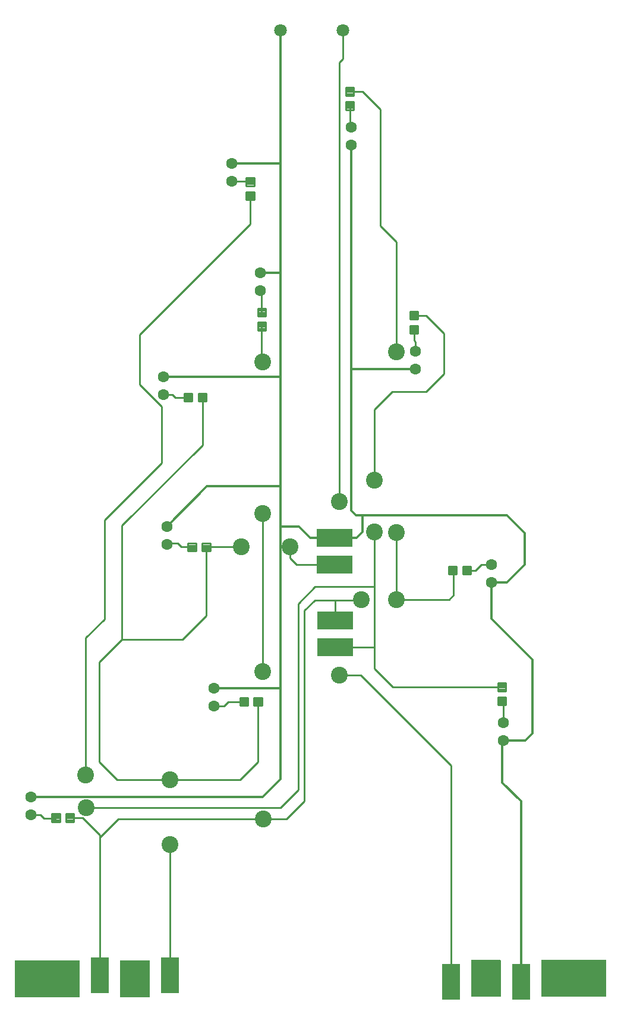
<source format=gbr>
G04 EAGLE Gerber RS-274X export*
G75*
%MOMM*%
%FSLAX34Y34*%
%LPD*%
%INBottom Copper*%
%IPPOS*%
%AMOC8*
5,1,8,0,0,1.08239X$1,22.5*%
G01*
%ADD10R,2.540000X5.080000*%
%ADD11R,5.080000X2.540000*%
%ADD12C,1.800000*%
%ADD13C,1.600000*%
%ADD14C,0.280000*%
%ADD15C,0.254000*%
%ADD16C,2.400000*%
%ADD17C,0.300000*%

G36*
X844648Y14956D02*
X844648Y14956D01*
X844767Y14963D01*
X844805Y14976D01*
X844846Y14981D01*
X844956Y15024D01*
X845069Y15061D01*
X845104Y15083D01*
X845141Y15098D01*
X845237Y15168D01*
X845338Y15231D01*
X845366Y15261D01*
X845399Y15284D01*
X845475Y15376D01*
X845556Y15463D01*
X845576Y15498D01*
X845601Y15529D01*
X845652Y15637D01*
X845710Y15741D01*
X845720Y15781D01*
X845737Y15817D01*
X845759Y15934D01*
X845789Y16049D01*
X845793Y16110D01*
X845797Y16130D01*
X845795Y16150D01*
X845799Y16210D01*
X845799Y66210D01*
X845784Y66328D01*
X845777Y66447D01*
X845764Y66485D01*
X845759Y66526D01*
X845716Y66636D01*
X845679Y66749D01*
X845657Y66784D01*
X845642Y66821D01*
X845573Y66917D01*
X845509Y67018D01*
X845479Y67046D01*
X845456Y67079D01*
X845364Y67155D01*
X845277Y67236D01*
X845242Y67256D01*
X845211Y67281D01*
X845103Y67332D01*
X844999Y67390D01*
X844959Y67400D01*
X844923Y67417D01*
X844806Y67439D01*
X844691Y67469D01*
X844631Y67473D01*
X844611Y67477D01*
X844590Y67475D01*
X844530Y67479D01*
X754530Y67479D01*
X754412Y67464D01*
X754293Y67457D01*
X754255Y67444D01*
X754214Y67439D01*
X754104Y67396D01*
X753991Y67359D01*
X753956Y67337D01*
X753919Y67322D01*
X753823Y67253D01*
X753722Y67189D01*
X753694Y67159D01*
X753661Y67136D01*
X753586Y67044D01*
X753504Y66957D01*
X753484Y66922D01*
X753459Y66891D01*
X753408Y66783D01*
X753350Y66679D01*
X753340Y66639D01*
X753323Y66603D01*
X753301Y66486D01*
X753271Y66371D01*
X753267Y66311D01*
X753263Y66291D01*
X753265Y66270D01*
X753261Y66210D01*
X753261Y16210D01*
X753276Y16092D01*
X753283Y15973D01*
X753296Y15935D01*
X753301Y15894D01*
X753344Y15784D01*
X753381Y15671D01*
X753403Y15636D01*
X753418Y15599D01*
X753488Y15503D01*
X753551Y15402D01*
X753581Y15374D01*
X753604Y15341D01*
X753696Y15266D01*
X753783Y15184D01*
X753818Y15164D01*
X753849Y15139D01*
X753957Y15088D01*
X754061Y15030D01*
X754101Y15020D01*
X754137Y15003D01*
X754254Y14981D01*
X754369Y14951D01*
X754430Y14947D01*
X754450Y14943D01*
X754470Y14945D01*
X754530Y14941D01*
X844530Y14941D01*
X844648Y14956D01*
G37*
G36*
X94648Y14156D02*
X94648Y14156D01*
X94767Y14163D01*
X94805Y14176D01*
X94846Y14181D01*
X94956Y14224D01*
X95069Y14261D01*
X95104Y14283D01*
X95141Y14298D01*
X95237Y14368D01*
X95338Y14431D01*
X95366Y14461D01*
X95399Y14484D01*
X95475Y14576D01*
X95556Y14663D01*
X95576Y14698D01*
X95601Y14729D01*
X95652Y14837D01*
X95710Y14941D01*
X95720Y14981D01*
X95737Y15017D01*
X95759Y15134D01*
X95789Y15249D01*
X95793Y15310D01*
X95797Y15330D01*
X95795Y15350D01*
X95799Y15410D01*
X95799Y65410D01*
X95784Y65528D01*
X95777Y65647D01*
X95764Y65685D01*
X95759Y65726D01*
X95716Y65836D01*
X95679Y65949D01*
X95657Y65984D01*
X95642Y66021D01*
X95573Y66117D01*
X95509Y66218D01*
X95479Y66246D01*
X95456Y66279D01*
X95364Y66355D01*
X95277Y66436D01*
X95242Y66456D01*
X95211Y66481D01*
X95103Y66532D01*
X94999Y66590D01*
X94959Y66600D01*
X94923Y66617D01*
X94806Y66639D01*
X94691Y66669D01*
X94631Y66673D01*
X94611Y66677D01*
X94590Y66675D01*
X94530Y66679D01*
X4530Y66679D01*
X4412Y66664D01*
X4293Y66657D01*
X4255Y66644D01*
X4214Y66639D01*
X4104Y66596D01*
X3991Y66559D01*
X3956Y66537D01*
X3919Y66522D01*
X3823Y66453D01*
X3722Y66389D01*
X3694Y66359D01*
X3661Y66336D01*
X3586Y66244D01*
X3504Y66157D01*
X3484Y66122D01*
X3459Y66091D01*
X3408Y65983D01*
X3350Y65879D01*
X3340Y65839D01*
X3323Y65803D01*
X3301Y65686D01*
X3271Y65571D01*
X3267Y65511D01*
X3263Y65491D01*
X3265Y65470D01*
X3261Y65410D01*
X3261Y15410D01*
X3276Y15292D01*
X3283Y15173D01*
X3296Y15135D01*
X3301Y15094D01*
X3344Y14984D01*
X3381Y14871D01*
X3403Y14836D01*
X3418Y14799D01*
X3488Y14703D01*
X3551Y14602D01*
X3581Y14574D01*
X3604Y14541D01*
X3696Y14466D01*
X3783Y14384D01*
X3818Y14364D01*
X3849Y14339D01*
X3957Y14288D01*
X4061Y14230D01*
X4101Y14220D01*
X4137Y14203D01*
X4254Y14181D01*
X4369Y14151D01*
X4430Y14147D01*
X4450Y14143D01*
X4470Y14145D01*
X4530Y14141D01*
X94530Y14141D01*
X94648Y14156D01*
G37*
G36*
X694648Y14956D02*
X694648Y14956D01*
X694767Y14963D01*
X694805Y14976D01*
X694846Y14981D01*
X694956Y15024D01*
X695069Y15061D01*
X695104Y15083D01*
X695141Y15098D01*
X695237Y15168D01*
X695338Y15231D01*
X695366Y15261D01*
X695399Y15284D01*
X695475Y15376D01*
X695556Y15463D01*
X695576Y15498D01*
X695601Y15529D01*
X695652Y15637D01*
X695710Y15741D01*
X695720Y15781D01*
X695737Y15817D01*
X695759Y15934D01*
X695789Y16049D01*
X695793Y16110D01*
X695797Y16130D01*
X695795Y16150D01*
X695799Y16210D01*
X695799Y66210D01*
X695784Y66328D01*
X695777Y66447D01*
X695764Y66485D01*
X695759Y66526D01*
X695716Y66636D01*
X695679Y66749D01*
X695657Y66784D01*
X695642Y66821D01*
X695573Y66917D01*
X695509Y67018D01*
X695479Y67046D01*
X695456Y67079D01*
X695364Y67155D01*
X695277Y67236D01*
X695242Y67256D01*
X695211Y67281D01*
X695103Y67332D01*
X694999Y67390D01*
X694959Y67400D01*
X694923Y67417D01*
X694806Y67439D01*
X694691Y67469D01*
X694631Y67473D01*
X694611Y67477D01*
X694590Y67475D01*
X694530Y67479D01*
X654530Y67479D01*
X654412Y67464D01*
X654293Y67457D01*
X654255Y67444D01*
X654214Y67439D01*
X654104Y67396D01*
X653991Y67359D01*
X653956Y67337D01*
X653919Y67322D01*
X653823Y67253D01*
X653722Y67189D01*
X653694Y67159D01*
X653661Y67136D01*
X653586Y67044D01*
X653504Y66957D01*
X653484Y66922D01*
X653459Y66891D01*
X653408Y66783D01*
X653350Y66679D01*
X653340Y66639D01*
X653323Y66603D01*
X653301Y66486D01*
X653271Y66371D01*
X653267Y66311D01*
X653263Y66291D01*
X653265Y66270D01*
X653261Y66210D01*
X653261Y16210D01*
X653276Y16092D01*
X653283Y15973D01*
X653296Y15935D01*
X653301Y15894D01*
X653344Y15784D01*
X653381Y15671D01*
X653403Y15636D01*
X653418Y15599D01*
X653488Y15503D01*
X653551Y15402D01*
X653581Y15374D01*
X653604Y15341D01*
X653696Y15266D01*
X653783Y15184D01*
X653818Y15164D01*
X653849Y15139D01*
X653957Y15088D01*
X654061Y15030D01*
X654101Y15020D01*
X654137Y15003D01*
X654254Y14981D01*
X654369Y14951D01*
X654430Y14947D01*
X654450Y14943D01*
X654470Y14945D01*
X654530Y14941D01*
X694530Y14941D01*
X694648Y14956D01*
G37*
G36*
X194648Y14156D02*
X194648Y14156D01*
X194767Y14163D01*
X194805Y14176D01*
X194846Y14181D01*
X194956Y14224D01*
X195069Y14261D01*
X195104Y14283D01*
X195141Y14298D01*
X195237Y14368D01*
X195338Y14431D01*
X195366Y14461D01*
X195399Y14484D01*
X195475Y14576D01*
X195556Y14663D01*
X195576Y14698D01*
X195601Y14729D01*
X195652Y14837D01*
X195710Y14941D01*
X195720Y14981D01*
X195737Y15017D01*
X195759Y15134D01*
X195789Y15249D01*
X195793Y15310D01*
X195797Y15330D01*
X195795Y15350D01*
X195799Y15410D01*
X195799Y65410D01*
X195784Y65528D01*
X195777Y65647D01*
X195764Y65685D01*
X195759Y65726D01*
X195716Y65836D01*
X195679Y65949D01*
X195657Y65984D01*
X195642Y66021D01*
X195573Y66117D01*
X195509Y66218D01*
X195479Y66246D01*
X195456Y66279D01*
X195364Y66355D01*
X195277Y66436D01*
X195242Y66456D01*
X195211Y66481D01*
X195103Y66532D01*
X194999Y66590D01*
X194959Y66600D01*
X194923Y66617D01*
X194806Y66639D01*
X194691Y66669D01*
X194631Y66673D01*
X194611Y66677D01*
X194590Y66675D01*
X194530Y66679D01*
X154530Y66679D01*
X154412Y66664D01*
X154293Y66657D01*
X154255Y66644D01*
X154214Y66639D01*
X154104Y66596D01*
X153991Y66559D01*
X153956Y66537D01*
X153919Y66522D01*
X153823Y66453D01*
X153722Y66389D01*
X153694Y66359D01*
X153661Y66336D01*
X153586Y66244D01*
X153504Y66157D01*
X153484Y66122D01*
X153459Y66091D01*
X153408Y65983D01*
X153350Y65879D01*
X153340Y65839D01*
X153323Y65803D01*
X153301Y65686D01*
X153271Y65571D01*
X153267Y65511D01*
X153263Y65491D01*
X153265Y65470D01*
X153261Y65410D01*
X153261Y15410D01*
X153276Y15292D01*
X153283Y15173D01*
X153296Y15135D01*
X153301Y15094D01*
X153344Y14984D01*
X153381Y14871D01*
X153403Y14836D01*
X153418Y14799D01*
X153488Y14703D01*
X153551Y14602D01*
X153581Y14574D01*
X153604Y14541D01*
X153696Y14466D01*
X153783Y14384D01*
X153818Y14364D01*
X153849Y14339D01*
X153957Y14288D01*
X154061Y14230D01*
X154101Y14220D01*
X154137Y14203D01*
X154254Y14181D01*
X154369Y14151D01*
X154430Y14147D01*
X154450Y14143D01*
X154470Y14145D01*
X154530Y14141D01*
X194530Y14141D01*
X194648Y14156D01*
G37*
D10*
X624530Y36210D03*
X724530Y36210D03*
X224530Y45410D03*
X124530Y45410D03*
D11*
X458460Y630330D03*
X458460Y668430D03*
X459730Y512690D03*
X459730Y550790D03*
D12*
X470800Y1391500D03*
D13*
X286600Y454800D03*
X286600Y429400D03*
X214900Y898300D03*
X214900Y872900D03*
X220200Y685100D03*
X220200Y659700D03*
X352700Y1046500D03*
X352700Y1021100D03*
X682700Y605500D03*
X682700Y630900D03*
X482800Y1227900D03*
X482800Y1253300D03*
X312500Y1201800D03*
X312500Y1176400D03*
X699600Y379600D03*
X699600Y405000D03*
X26300Y299300D03*
X26300Y273900D03*
X574100Y909100D03*
X574100Y934500D03*
D12*
X381900Y1391500D03*
D14*
X335100Y429600D02*
X323900Y429600D01*
X323900Y440800D01*
X335100Y440800D01*
X335100Y429600D01*
X335100Y432260D02*
X323900Y432260D01*
X323900Y434920D02*
X335100Y434920D01*
X335100Y437580D02*
X323900Y437580D01*
X323900Y440240D02*
X335100Y440240D01*
X344090Y429600D02*
X355290Y429600D01*
X344090Y429600D02*
X344090Y440800D01*
X355290Y440800D01*
X355290Y429600D01*
X355290Y432260D02*
X344090Y432260D01*
X344090Y434920D02*
X355290Y434920D01*
X355290Y437580D02*
X344090Y437580D01*
X344090Y440240D02*
X355290Y440240D01*
X256000Y863200D02*
X244800Y863200D01*
X244800Y874400D01*
X256000Y874400D01*
X256000Y863200D01*
X256000Y865860D02*
X244800Y865860D01*
X244800Y868520D02*
X256000Y868520D01*
X256000Y871180D02*
X244800Y871180D01*
X244800Y873840D02*
X256000Y873840D01*
X264990Y863200D02*
X276190Y863200D01*
X264990Y863200D02*
X264990Y874400D01*
X276190Y874400D01*
X276190Y863200D01*
X276190Y865860D02*
X264990Y865860D01*
X264990Y868520D02*
X276190Y868520D01*
X276190Y871180D02*
X264990Y871180D01*
X264990Y873840D02*
X276190Y873840D01*
X261300Y650000D02*
X250100Y650000D01*
X250100Y661200D01*
X261300Y661200D01*
X261300Y650000D01*
X261300Y652660D02*
X250100Y652660D01*
X250100Y655320D02*
X261300Y655320D01*
X261300Y657980D02*
X250100Y657980D01*
X250100Y660640D02*
X261300Y660640D01*
X270290Y650000D02*
X281490Y650000D01*
X270290Y650000D02*
X270290Y661200D01*
X281490Y661200D01*
X281490Y650000D01*
X281490Y652660D02*
X270290Y652660D01*
X270290Y655320D02*
X281490Y655320D01*
X281490Y657980D02*
X270290Y657980D01*
X270290Y660640D02*
X281490Y660640D01*
X349300Y984600D02*
X349300Y995800D01*
X360500Y995800D01*
X360500Y984600D01*
X349300Y984600D01*
X349300Y987260D02*
X360500Y987260D01*
X360500Y989920D02*
X349300Y989920D01*
X349300Y992580D02*
X360500Y992580D01*
X360500Y995240D02*
X349300Y995240D01*
X349300Y975610D02*
X349300Y964410D01*
X349300Y975610D02*
X360500Y975610D01*
X360500Y964410D01*
X349300Y964410D01*
X349300Y967070D02*
X360500Y967070D01*
X360500Y969730D02*
X349300Y969730D01*
X349300Y972390D02*
X360500Y972390D01*
X360500Y975050D02*
X349300Y975050D01*
X641600Y627900D02*
X652800Y627900D01*
X652800Y616700D01*
X641600Y616700D01*
X641600Y627900D01*
X641600Y619360D02*
X652800Y619360D01*
X652800Y622020D02*
X641600Y622020D01*
X641600Y624680D02*
X652800Y624680D01*
X652800Y627340D02*
X641600Y627340D01*
X632610Y627900D02*
X621410Y627900D01*
X632610Y627900D02*
X632610Y616700D01*
X621410Y616700D01*
X621410Y627900D01*
X621410Y619360D02*
X632610Y619360D01*
X632610Y622020D02*
X621410Y622020D01*
X621410Y624680D02*
X632610Y624680D01*
X632610Y627340D02*
X621410Y627340D01*
X486200Y1278600D02*
X486200Y1289800D01*
X486200Y1278600D02*
X475000Y1278600D01*
X475000Y1289800D01*
X486200Y1289800D01*
X486200Y1281260D02*
X475000Y1281260D01*
X475000Y1283920D02*
X486200Y1283920D01*
X486200Y1286580D02*
X475000Y1286580D01*
X475000Y1289240D02*
X486200Y1289240D01*
X486200Y1298790D02*
X486200Y1309990D01*
X486200Y1298790D02*
X475000Y1298790D01*
X475000Y1309990D01*
X486200Y1309990D01*
X486200Y1301450D02*
X475000Y1301450D01*
X475000Y1304110D02*
X486200Y1304110D01*
X486200Y1306770D02*
X475000Y1306770D01*
X475000Y1309430D02*
X486200Y1309430D01*
X333100Y1181400D02*
X333100Y1170200D01*
X333100Y1181400D02*
X344300Y1181400D01*
X344300Y1170200D01*
X333100Y1170200D01*
X333100Y1172860D02*
X344300Y1172860D01*
X344300Y1175520D02*
X333100Y1175520D01*
X333100Y1178180D02*
X344300Y1178180D01*
X344300Y1180840D02*
X333100Y1180840D01*
X333100Y1161210D02*
X333100Y1150010D01*
X333100Y1161210D02*
X344300Y1161210D01*
X344300Y1150010D01*
X333100Y1150010D01*
X333100Y1152670D02*
X344300Y1152670D01*
X344300Y1155330D02*
X333100Y1155330D01*
X333100Y1157990D02*
X344300Y1157990D01*
X344300Y1160650D02*
X333100Y1160650D01*
X703000Y441500D02*
X703000Y430300D01*
X691800Y430300D01*
X691800Y441500D01*
X703000Y441500D01*
X703000Y432960D02*
X691800Y432960D01*
X691800Y435620D02*
X703000Y435620D01*
X703000Y438280D02*
X691800Y438280D01*
X691800Y440940D02*
X703000Y440940D01*
X703000Y450490D02*
X703000Y461690D01*
X703000Y450490D02*
X691800Y450490D01*
X691800Y461690D01*
X703000Y461690D01*
X703000Y453150D02*
X691800Y453150D01*
X691800Y455810D02*
X703000Y455810D01*
X703000Y458470D02*
X691800Y458470D01*
X691800Y461130D02*
X703000Y461130D01*
X67400Y264200D02*
X56200Y264200D01*
X56200Y275400D01*
X67400Y275400D01*
X67400Y264200D01*
X67400Y266860D02*
X56200Y266860D01*
X56200Y269520D02*
X67400Y269520D01*
X67400Y272180D02*
X56200Y272180D01*
X56200Y274840D02*
X67400Y274840D01*
X76390Y264200D02*
X87590Y264200D01*
X76390Y264200D02*
X76390Y275400D01*
X87590Y275400D01*
X87590Y264200D01*
X87590Y266860D02*
X76390Y266860D01*
X76390Y269520D02*
X87590Y269520D01*
X87590Y272180D02*
X76390Y272180D01*
X76390Y274840D02*
X87590Y274840D01*
X577500Y959800D02*
X577500Y971000D01*
X577500Y959800D02*
X566300Y959800D01*
X566300Y971000D01*
X577500Y971000D01*
X577500Y962460D02*
X566300Y962460D01*
X566300Y965120D02*
X577500Y965120D01*
X577500Y967780D02*
X566300Y967780D01*
X566300Y970440D02*
X577500Y970440D01*
X577500Y979990D02*
X577500Y991190D01*
X577500Y979990D02*
X566300Y979990D01*
X566300Y991190D01*
X577500Y991190D01*
X577500Y982650D02*
X566300Y982650D01*
X566300Y985310D02*
X577500Y985310D01*
X577500Y987970D02*
X566300Y987970D01*
X566300Y990630D02*
X577500Y990630D01*
D15*
X542000Y456090D02*
X697400Y456090D01*
X338700Y1115700D02*
X338700Y1155610D01*
X338700Y1115700D02*
X181000Y958000D01*
X181000Y886818D01*
X212192Y855626D01*
X212192Y850553D02*
X212599Y846075D01*
X212192Y845586D01*
X212192Y775192D01*
X131000Y694000D02*
X131000Y553000D01*
X104000Y526000D01*
X104000Y331000D01*
D16*
X104000Y331000D03*
X105000Y284000D03*
D15*
X381600Y284000D01*
X407000Y309400D01*
X407000Y508000D01*
X212192Y850553D02*
X212192Y855626D01*
X212192Y775192D02*
X131000Y694000D01*
D16*
X516000Y677000D03*
X516000Y751000D03*
D15*
X516000Y851600D01*
X541400Y877000D01*
X589600Y877000D01*
X615000Y902400D01*
X615000Y960190D01*
X589600Y985590D01*
X571900Y985590D01*
X516000Y677000D02*
X516000Y599000D01*
X516000Y512000D01*
X516000Y482090D01*
X542000Y456090D01*
X515310Y512690D02*
X459730Y512690D01*
X515310Y512690D02*
X516000Y512000D01*
X407000Y508000D02*
X407000Y575000D01*
X431000Y599000D01*
X516000Y599000D01*
X224530Y231470D02*
X224530Y45410D01*
X224530Y231470D02*
X224000Y232000D01*
D16*
X224000Y232000D03*
X224000Y324000D03*
D15*
X324290Y324000D01*
X349690Y349400D01*
X349690Y435200D01*
X224000Y324000D02*
X149400Y324000D01*
X124000Y349400D01*
X124000Y492000D01*
X156000Y524000D01*
X242000Y524000D01*
X275890Y557890D02*
X275890Y655600D01*
X275890Y557890D02*
X242000Y524000D01*
X270590Y800590D02*
X270590Y868800D01*
X156000Y686000D02*
X156000Y524000D01*
X156000Y686000D02*
X270590Y800590D01*
D16*
X395000Y656000D03*
X326000Y656000D03*
D15*
X276290Y656000D01*
X275890Y655600D01*
X404670Y630330D02*
X458460Y630330D01*
X395000Y640000D02*
X395000Y656000D01*
X395000Y640000D02*
X404670Y630330D01*
D17*
X381900Y1202000D02*
X381900Y1391500D01*
X381900Y1202000D02*
X381900Y1046000D01*
X381900Y897000D01*
X381900Y742000D01*
X381900Y685000D02*
X381900Y455000D01*
X380600Y898300D02*
X214900Y898300D01*
X380600Y898300D02*
X381900Y897000D01*
X381400Y1046500D02*
X352700Y1046500D01*
X381400Y1046500D02*
X381900Y1046000D01*
X381700Y1201800D02*
X312500Y1201800D01*
X381700Y1201800D02*
X381900Y1202000D01*
X356500Y299300D02*
X26300Y299300D01*
X356500Y299300D02*
X381900Y324700D01*
X381900Y455000D01*
X381700Y454800D01*
X286600Y454800D01*
X699600Y379600D02*
X730600Y379600D01*
X741000Y390000D01*
X741000Y495000D01*
X682700Y553300D02*
X682700Y605500D01*
X682700Y553300D02*
X741000Y495000D01*
X482800Y909000D02*
X482800Y1227900D01*
X482800Y909000D02*
X482800Y707800D01*
X724530Y293470D02*
X724530Y36210D01*
X724530Y293470D02*
X698000Y320000D01*
X698000Y378000D01*
X699600Y379600D01*
X704600Y605500D02*
X682700Y605500D01*
X704600Y605500D02*
X730000Y630900D01*
X730000Y675600D01*
X704600Y701000D01*
X499000Y701000D01*
X489600Y701000D01*
X482800Y707800D01*
X482900Y909100D02*
X574100Y909100D01*
X482900Y909100D02*
X482800Y909000D01*
X277100Y742000D02*
X220200Y685100D01*
X277100Y742000D02*
X381900Y742000D01*
X424570Y668430D02*
X458460Y668430D01*
X408000Y685000D02*
X381900Y685000D01*
X408000Y685000D02*
X424570Y668430D01*
X458460Y668430D02*
X490430Y668430D01*
X499000Y677000D02*
X499000Y701000D01*
X499000Y677000D02*
X490430Y668430D01*
X381900Y685000D02*
X381900Y742000D01*
D15*
X301400Y429400D02*
X286600Y429400D01*
X307200Y435200D02*
X329500Y435200D01*
X307200Y435200D02*
X301400Y429400D01*
X255700Y655600D02*
X240400Y655600D01*
X235000Y661000D01*
X221500Y661000D01*
X220200Y659700D01*
X354900Y1018900D02*
X352700Y1021100D01*
X354900Y1018900D02*
X354900Y990200D01*
X647200Y622300D02*
X659300Y622300D01*
X667900Y630900D02*
X682700Y630900D01*
X667900Y630900D02*
X659300Y622300D01*
X482800Y1253300D02*
X480600Y1255500D01*
X480600Y1284200D01*
X338100Y1176400D02*
X312500Y1176400D01*
X338100Y1176400D02*
X338700Y1175800D01*
X699600Y433700D02*
X699600Y405000D01*
X699600Y433700D02*
X697400Y435900D01*
X40100Y273900D02*
X26300Y273900D01*
X40100Y273900D02*
X45000Y269000D01*
X61000Y269000D01*
X61800Y269800D01*
X574100Y934500D02*
X574100Y947900D01*
X571900Y950100D02*
X571900Y965400D01*
X571900Y950100D02*
X574100Y947900D01*
X228100Y872900D02*
X214900Y872900D01*
X232200Y868800D02*
X250400Y868800D01*
X232200Y868800D02*
X228100Y872900D01*
X100200Y269800D02*
X81990Y269800D01*
X124530Y245470D02*
X124530Y242000D01*
X124530Y45410D01*
X124530Y245470D02*
X100200Y269800D01*
X124530Y242000D02*
X150530Y268000D01*
X491000Y581000D02*
X497000Y581000D01*
X357000Y268000D02*
X150530Y268000D01*
D16*
X497000Y581000D03*
X547000Y581000D03*
D15*
X354900Y920100D02*
X354900Y970010D01*
X354900Y920100D02*
X356000Y919000D01*
D16*
X356000Y919000D03*
X356000Y703000D03*
D15*
X356000Y478000D01*
D16*
X356000Y478000D03*
X357000Y268000D03*
D15*
X547000Y581000D02*
X547000Y676000D01*
D16*
X547000Y676000D03*
X547000Y934000D03*
D15*
X547000Y1090000D01*
X524000Y1113000D01*
X524000Y1278990D01*
X498600Y1304390D01*
X480600Y1304390D01*
X390600Y268000D02*
X357000Y268000D01*
X390600Y268000D02*
X416000Y293400D01*
X416000Y565000D01*
X431000Y580000D01*
X490000Y580000D02*
X491000Y581000D01*
X460000Y580000D02*
X431000Y580000D01*
X460000Y580000D02*
X490000Y580000D01*
X547000Y581000D02*
X622000Y581000D01*
X628000Y587000D01*
X628000Y621310D01*
X627010Y622300D01*
X459730Y579730D02*
X459730Y550790D01*
X459730Y579730D02*
X460000Y580000D01*
D16*
X466000Y720000D03*
X466000Y473000D03*
D15*
X496000Y473000D01*
X624530Y344470D02*
X624530Y36210D01*
X624530Y344470D02*
X496000Y473000D01*
X470800Y1351000D02*
X470800Y1391500D01*
X466000Y1346200D02*
X466000Y720000D01*
X466000Y1346200D02*
X470800Y1351000D01*
M02*

</source>
